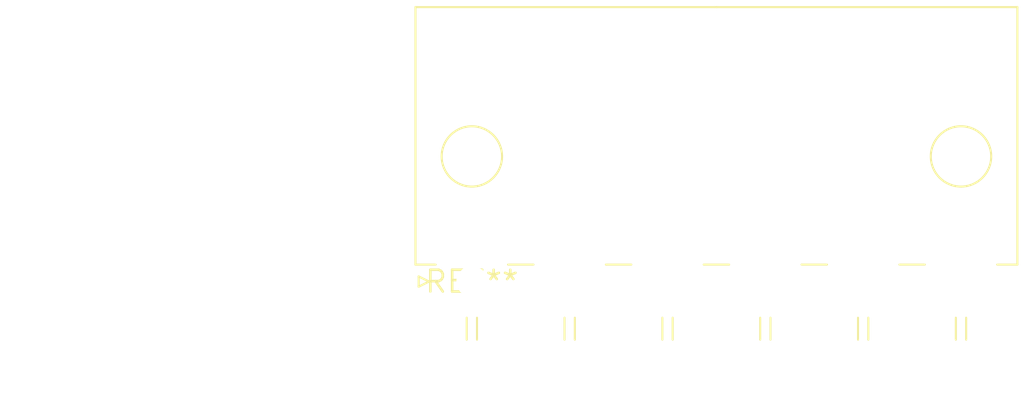
<source format=kicad_pcb>
(kicad_pcb (version 20240108) (generator pcbnew)
  (layers (0 "F.Cu" signal) (31 "B.Cu" signal) (34 "B.Paste" user) (35 "F.Paste" user) (36 "B.SilkS" user "B.Silkscreen") (37 "F.SilkS" user "F.Silkscreen") (38 "B.Mask" user) (39 "F.Mask" user) (44 "Edge.Cuts" user))
  (net 0 "")
  (footprint "Molex_Mega-Fit_76825-0012_2x06_P5.70mm_Horizontal" (layer "F.Cu") (at 0 0)
    (property "Reference" "REF**")
    (property "Value" "Molex_Mega-Fit_76825-0012_2x06_P5.70mm_Horizontal")
    (fp_line (start -3.285 -16.01) (end -3.285 -0.99) (layer "F.SilkS") (stroke (width 0.12)))
    (fp_line (start -3.285 -0.99) (end -2.11 -0.99) (layer "F.SilkS") (stroke (width 0.12)))
    (fp_line (start -3.1 -0.3) (end -2.5 0) (layer "F.SilkS") (stroke (width 0.12)))
    (fp_line (start -3.1 0.3) (end -3.1 -0.3) (layer "F.SilkS") (stroke (width 0.12)))
    (fp_line (start -2.5 0) (end -3.1 0.3) (layer "F.SilkS") (stroke (width 0.12)))
    (fp_line (start -0.3 2.11) (end -0.3 3.39) (layer "F.SilkS") (stroke (width 0.12)))
    (fp_line (start 0.3 2.11) (end 0.3 3.39) (layer "F.SilkS") (stroke (width 0.12)))
    (fp_line (start 2.11 -0.99) (end 3.59 -0.99) (layer "F.SilkS") (stroke (width 0.12)))
    (fp_line (start 5.4 2.11) (end 5.4 3.39) (layer "F.SilkS") (stroke (width 0.12)))
    (fp_line (start 6 2.11) (end 6 3.39) (layer "F.SilkS") (stroke (width 0.12)))
    (fp_line (start 7.81 -0.99) (end 9.29 -0.99) (layer "F.SilkS") (stroke (width 0.12)))
    (fp_line (start 11.1 2.11) (end 11.1 3.39) (layer "F.SilkS") (stroke (width 0.12)))
    (fp_line (start 11.7 2.11) (end 11.7 3.39) (layer "F.SilkS") (stroke (width 0.12)))
    (fp_line (start 13.51 -0.99) (end 14.99 -0.99) (layer "F.SilkS") (stroke (width 0.12)))
    (fp_line (start 14.25 -16.01) (end -3.285 -16.01) (layer "F.SilkS") (stroke (width 0.12)))
    (fp_line (start 14.25 -16.01) (end 31.785 -16.01) (layer "F.SilkS") (stroke (width 0.12)))
    (fp_line (start 16.8 2.11) (end 16.8 3.39) (layer "F.SilkS") (stroke (width 0.12)))
    (fp_line (start 17.4 2.11) (end 17.4 3.39) (layer "F.SilkS") (stroke (width 0.12)))
    (fp_line (start 19.21 -0.99) (end 20.69 -0.99) (layer "F.SilkS") (stroke (width 0.12)))
    (fp_line (start 22.5 2.11) (end 22.5 3.39) (layer "F.SilkS") (stroke (width 0.12)))
    (fp_line (start 23.1 2.11) (end 23.1 3.39) (layer "F.SilkS") (stroke (width 0.12)))
    (fp_line (start 24.91 -0.99) (end 26.39 -0.99) (layer "F.SilkS") (stroke (width 0.12)))
    (fp_line (start 28.2 2.11) (end 28.2 3.39) (layer "F.SilkS") (stroke (width 0.12)))
    (fp_line (start 28.8 2.11) (end 28.8 3.39) (layer "F.SilkS") (stroke (width 0.12)))
    (fp_line (start 31.785 -16.01) (end 31.785 -0.99) (layer "F.SilkS") (stroke (width 0.12)))
    (fp_line (start 31.785 -0.99) (end 30.61 -0.99) (layer "F.SilkS") (stroke (width 0.12)))
    (fp_circle (center 0 -7.3) (end 1.76 -7.3) (layer "F.SilkS") (stroke (width 0.12)) (fill none))
    (fp_circle (center 28.5 -7.3) (end 30.26 -7.3) (layer "F.SilkS") (stroke (width 0.12)) (fill none))
    (pad "" np_thru_hole circle (at 0 -7.3) (size 3 3) (drill 3) (layers *.Cu *.Mask))
    (pad "" np_thru_hole circle (at 28.5 -7.3) (size 3 3) (drill 3) (layers *.Cu *.Mask))
    (pad "1" thru_hole roundrect (at 0 0) (size 3.7 3.7) (drill 1.8) (layers *.Cu *.Mask) (remove_unused_layers) (roundrect_rratio 0.067568))
    (pad "2" thru_hole circle (at 5.7 0) (size 3.7 3.7) (drill 1.8) (layers *.Cu *.Mask) (remove_unused_layers))
    (pad "3" thru_hole circle (at 11.4 0) (size 3.7 3.7) (drill 1.8) (layers *.Cu *.Mask) (remove_unused_layers))
    (pad "4" thru_hole circle (at 17.1 0) (size 3.7 3.7) (drill 1.8) (layers *.Cu *.Mask) (remove_unused_layers))
    (pad "5" thru_hole circle (at 22.8 0) (size 3.7 3.7) (drill 1.8) (layers *.Cu *.Mask) (remove_unused_layers))
    (pad "6" thru_hole circle (at 28.5 0) (size 3.7 3.7) (drill 1.8) (layers *.Cu *.Mask) (remove_unused_layers))
    (pad "7" thru_hole circle (at 0 5.5) (size 3.7 3.7) (drill 1.8) (layers *.Cu *.Mask) (remove_unused_layers))
    (pad "8" thru_hole circle (at 5.7 5.5) (size 3.7 3.7) (drill 1.8) (layers *.Cu *.Mask) (remove_unused_layers))
    (pad "9" thru_hole circle (at 11.4 5.5) (size 3.7 3.7) (drill 1.8) (layers *.Cu *.Mask) (remove_unused_layers))
    (pad "10" thru_hole circle (at 17.1 5.5) (size 3.7 3.7) (drill 1.8) (layers *.Cu *.Mask) (remove_unused_layers))
    (pad "11" thru_hole circle (at 22.8 5.5) (size 3.7 3.7) (drill 1.8) (layers *.Cu *.Mask) (remove_unused_layers))
    (pad "12" thru_hole circle (at 28.5 5.5) (size 3.7 3.7) (drill 1.8) (layers *.Cu *.Mask) (remove_unused_layers))
  )
)
</source>
